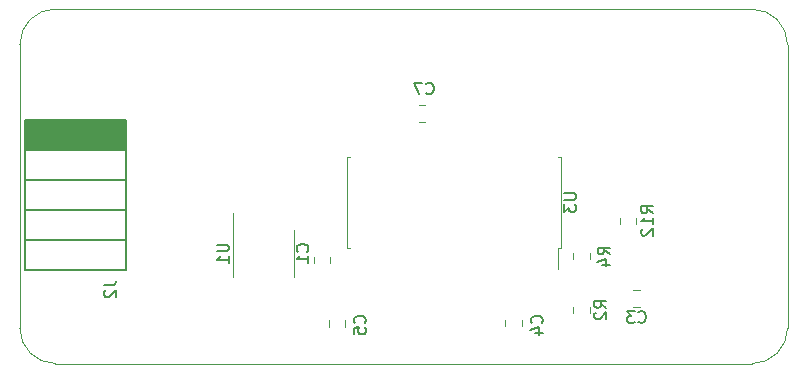
<source format=gbr>
G04 #@! TF.GenerationSoftware,KiCad,Pcbnew,(5.1.4)-1*
G04 #@! TF.CreationDate,2021-07-13T12:31:04-04:00*
G04 #@! TF.ProjectId,RocketPi,526f636b-6574-4506-992e-6b696361645f,rev?*
G04 #@! TF.SameCoordinates,Original*
G04 #@! TF.FileFunction,Legend,Bot*
G04 #@! TF.FilePolarity,Positive*
%FSLAX46Y46*%
G04 Gerber Fmt 4.6, Leading zero omitted, Abs format (unit mm)*
G04 Created by KiCad (PCBNEW (5.1.4)-1) date 2021-07-13 12:31:04*
%MOMM*%
%LPD*%
G04 APERTURE LIST*
%ADD10C,0.100000*%
%ADD11C,0.120000*%
%ADD12C,0.150000*%
G04 APERTURE END LIST*
D10*
X68046600Y-42164000D02*
G75*
G03X65049400Y-45161200I0J-2997200D01*
G01*
X127052600Y-72178400D02*
G75*
G03X130052600Y-69178400I0J3000000D01*
G01*
X130052600Y-45178400D02*
G75*
G03X127052600Y-42178400I-3000000J0D01*
G01*
X65052600Y-69178400D02*
G75*
G03X68052600Y-72178400I3000000J0D01*
G01*
X68046600Y-42164000D02*
X127052600Y-42178400D01*
X65049400Y-45161200D02*
X65052600Y-69178400D01*
X68052600Y-72178400D02*
X127052600Y-72178400D01*
X130052600Y-45178400D02*
X130052600Y-69178400D01*
D11*
X115825200Y-60357652D02*
X115825200Y-59835148D01*
X117245200Y-60357652D02*
X117245200Y-59835148D01*
X110592800Y-62381600D02*
X110592800Y-64196600D01*
X110837800Y-62381600D02*
X110592800Y-62381600D01*
X110837800Y-58521600D02*
X110837800Y-62381600D01*
X110837800Y-54661600D02*
X110592800Y-54661600D01*
X110837800Y-58521600D02*
X110837800Y-54661600D01*
X92717800Y-62381600D02*
X92962800Y-62381600D01*
X92717800Y-58521600D02*
X92717800Y-62381600D01*
X92717800Y-54661600D02*
X92962800Y-54661600D01*
X92717800Y-58521600D02*
X92717800Y-54661600D01*
X83114200Y-62865000D02*
X83114200Y-59415000D01*
X83114200Y-62865000D02*
X83114200Y-64815000D01*
X88234200Y-62865000D02*
X88234200Y-60915000D01*
X88234200Y-62865000D02*
X88234200Y-64815000D01*
X113282800Y-62848748D02*
X113282800Y-63371252D01*
X111862800Y-62848748D02*
X111862800Y-63371252D01*
X111888200Y-67910452D02*
X111888200Y-67387948D01*
X113308200Y-67910452D02*
X113308200Y-67387948D01*
D12*
G36*
X65557400Y-51612800D02*
G01*
X65557400Y-54051200D01*
X73939400Y-54051200D01*
X73939400Y-51612800D01*
X65557400Y-51612800D01*
G37*
X65557400Y-51612800D02*
X65557400Y-54051200D01*
X73939400Y-54051200D01*
X73939400Y-51612800D01*
X65557400Y-51612800D01*
X74003200Y-54102000D02*
X65503200Y-54102000D01*
X74003200Y-59182000D02*
X65503200Y-59182000D01*
X74003200Y-56642000D02*
X65503200Y-56642000D01*
X74003200Y-61722000D02*
X65503200Y-61722000D01*
X74003200Y-64262000D02*
X65503200Y-64262000D01*
X74003200Y-51562000D02*
X65503200Y-51562000D01*
X65503200Y-51562000D02*
X65503200Y-64262000D01*
X74003200Y-51562000D02*
X74003200Y-64262000D01*
D11*
X98865948Y-50318600D02*
X99388452Y-50318600D01*
X98865948Y-51738600D02*
X99388452Y-51738600D01*
X92607200Y-68530948D02*
X92607200Y-69053452D01*
X91187200Y-68530948D02*
X91187200Y-69053452D01*
X107567800Y-68487548D02*
X107567800Y-69010052D01*
X106147800Y-68487548D02*
X106147800Y-69010052D01*
X117001548Y-65939600D02*
X117524052Y-65939600D01*
X117001548Y-67359600D02*
X117524052Y-67359600D01*
X89917200Y-63676052D02*
X89917200Y-63153548D01*
X91337200Y-63676052D02*
X91337200Y-63153548D01*
D12*
X118637580Y-59453542D02*
X118161390Y-59120209D01*
X118637580Y-58882114D02*
X117637580Y-58882114D01*
X117637580Y-59263066D01*
X117685200Y-59358304D01*
X117732819Y-59405923D01*
X117828057Y-59453542D01*
X117970914Y-59453542D01*
X118066152Y-59405923D01*
X118113771Y-59358304D01*
X118161390Y-59263066D01*
X118161390Y-58882114D01*
X118637580Y-60405923D02*
X118637580Y-59834495D01*
X118637580Y-60120209D02*
X117637580Y-60120209D01*
X117780438Y-60024971D01*
X117875676Y-59929733D01*
X117923295Y-59834495D01*
X117732819Y-60786876D02*
X117685200Y-60834495D01*
X117637580Y-60929733D01*
X117637580Y-61167828D01*
X117685200Y-61263066D01*
X117732819Y-61310685D01*
X117828057Y-61358304D01*
X117923295Y-61358304D01*
X118066152Y-61310685D01*
X118637580Y-60739257D01*
X118637580Y-61358304D01*
X111130180Y-57759695D02*
X111939704Y-57759695D01*
X112034942Y-57807314D01*
X112082561Y-57854933D01*
X112130180Y-57950171D01*
X112130180Y-58140647D01*
X112082561Y-58235885D01*
X112034942Y-58283504D01*
X111939704Y-58331123D01*
X111130180Y-58331123D01*
X111130180Y-58712076D02*
X111130180Y-59331123D01*
X111511133Y-58997790D01*
X111511133Y-59140647D01*
X111558752Y-59235885D01*
X111606371Y-59283504D01*
X111701609Y-59331123D01*
X111939704Y-59331123D01*
X112034942Y-59283504D01*
X112082561Y-59235885D01*
X112130180Y-59140647D01*
X112130180Y-58854933D01*
X112082561Y-58759695D01*
X112034942Y-58712076D01*
X81726580Y-62103095D02*
X82536104Y-62103095D01*
X82631342Y-62150714D01*
X82678961Y-62198333D01*
X82726580Y-62293571D01*
X82726580Y-62484047D01*
X82678961Y-62579285D01*
X82631342Y-62626904D01*
X82536104Y-62674523D01*
X81726580Y-62674523D01*
X82726580Y-63674523D02*
X82726580Y-63103095D01*
X82726580Y-63388809D02*
X81726580Y-63388809D01*
X81869438Y-63293571D01*
X81964676Y-63198333D01*
X82012295Y-63103095D01*
X114980980Y-62943333D02*
X114504790Y-62610000D01*
X114980980Y-62371904D02*
X113980980Y-62371904D01*
X113980980Y-62752857D01*
X114028600Y-62848095D01*
X114076219Y-62895714D01*
X114171457Y-62943333D01*
X114314314Y-62943333D01*
X114409552Y-62895714D01*
X114457171Y-62848095D01*
X114504790Y-62752857D01*
X114504790Y-62371904D01*
X114314314Y-63800476D02*
X114980980Y-63800476D01*
X113933361Y-63562380D02*
X114647647Y-63324285D01*
X114647647Y-63943333D01*
X114700580Y-67482533D02*
X114224390Y-67149200D01*
X114700580Y-66911104D02*
X113700580Y-66911104D01*
X113700580Y-67292057D01*
X113748200Y-67387295D01*
X113795819Y-67434914D01*
X113891057Y-67482533D01*
X114033914Y-67482533D01*
X114129152Y-67434914D01*
X114176771Y-67387295D01*
X114224390Y-67292057D01*
X114224390Y-66911104D01*
X113795819Y-67863485D02*
X113748200Y-67911104D01*
X113700580Y-68006342D01*
X113700580Y-68244438D01*
X113748200Y-68339676D01*
X113795819Y-68387295D01*
X113891057Y-68434914D01*
X113986295Y-68434914D01*
X114129152Y-68387295D01*
X114700580Y-67815866D01*
X114700580Y-68434914D01*
X72172580Y-65554266D02*
X72886866Y-65554266D01*
X73029723Y-65506647D01*
X73124961Y-65411409D01*
X73172580Y-65268552D01*
X73172580Y-65173314D01*
X72267819Y-65982838D02*
X72220200Y-66030457D01*
X72172580Y-66125695D01*
X72172580Y-66363790D01*
X72220200Y-66459028D01*
X72267819Y-66506647D01*
X72363057Y-66554266D01*
X72458295Y-66554266D01*
X72601152Y-66506647D01*
X73172580Y-65935219D01*
X73172580Y-66554266D01*
X99455266Y-49302942D02*
X99502885Y-49350561D01*
X99645742Y-49398180D01*
X99740980Y-49398180D01*
X99883838Y-49350561D01*
X99979076Y-49255323D01*
X100026695Y-49160085D01*
X100074314Y-48969609D01*
X100074314Y-48826752D01*
X100026695Y-48636276D01*
X99979076Y-48541038D01*
X99883838Y-48445800D01*
X99740980Y-48398180D01*
X99645742Y-48398180D01*
X99502885Y-48445800D01*
X99455266Y-48493419D01*
X99121933Y-48398180D02*
X98455266Y-48398180D01*
X98883838Y-49398180D01*
X94235542Y-68743533D02*
X94283161Y-68695914D01*
X94330780Y-68553057D01*
X94330780Y-68457819D01*
X94283161Y-68314961D01*
X94187923Y-68219723D01*
X94092685Y-68172104D01*
X93902209Y-68124485D01*
X93759352Y-68124485D01*
X93568876Y-68172104D01*
X93473638Y-68219723D01*
X93378400Y-68314961D01*
X93330780Y-68457819D01*
X93330780Y-68553057D01*
X93378400Y-68695914D01*
X93426019Y-68743533D01*
X93330780Y-69648295D02*
X93330780Y-69172104D01*
X93806971Y-69124485D01*
X93759352Y-69172104D01*
X93711733Y-69267342D01*
X93711733Y-69505438D01*
X93759352Y-69600676D01*
X93806971Y-69648295D01*
X93902209Y-69695914D01*
X94140304Y-69695914D01*
X94235542Y-69648295D01*
X94283161Y-69600676D01*
X94330780Y-69505438D01*
X94330780Y-69267342D01*
X94283161Y-69172104D01*
X94235542Y-69124485D01*
X109221542Y-68743533D02*
X109269161Y-68695914D01*
X109316780Y-68553057D01*
X109316780Y-68457819D01*
X109269161Y-68314961D01*
X109173923Y-68219723D01*
X109078685Y-68172104D01*
X108888209Y-68124485D01*
X108745352Y-68124485D01*
X108554876Y-68172104D01*
X108459638Y-68219723D01*
X108364400Y-68314961D01*
X108316780Y-68457819D01*
X108316780Y-68553057D01*
X108364400Y-68695914D01*
X108412019Y-68743533D01*
X108650114Y-69600676D02*
X109316780Y-69600676D01*
X108269161Y-69362580D02*
X108983447Y-69124485D01*
X108983447Y-69743533D01*
X117429466Y-68656742D02*
X117477085Y-68704361D01*
X117619942Y-68751980D01*
X117715180Y-68751980D01*
X117858038Y-68704361D01*
X117953276Y-68609123D01*
X118000895Y-68513885D01*
X118048514Y-68323409D01*
X118048514Y-68180552D01*
X118000895Y-67990076D01*
X117953276Y-67894838D01*
X117858038Y-67799600D01*
X117715180Y-67751980D01*
X117619942Y-67751980D01*
X117477085Y-67799600D01*
X117429466Y-67847219D01*
X117096133Y-67751980D02*
X116477085Y-67751980D01*
X116810419Y-68132933D01*
X116667561Y-68132933D01*
X116572323Y-68180552D01*
X116524704Y-68228171D01*
X116477085Y-68323409D01*
X116477085Y-68561504D01*
X116524704Y-68656742D01*
X116572323Y-68704361D01*
X116667561Y-68751980D01*
X116953276Y-68751980D01*
X117048514Y-68704361D01*
X117096133Y-68656742D01*
X89384142Y-62698333D02*
X89431761Y-62650714D01*
X89479380Y-62507857D01*
X89479380Y-62412619D01*
X89431761Y-62269761D01*
X89336523Y-62174523D01*
X89241285Y-62126904D01*
X89050809Y-62079285D01*
X88907952Y-62079285D01*
X88717476Y-62126904D01*
X88622238Y-62174523D01*
X88527000Y-62269761D01*
X88479380Y-62412619D01*
X88479380Y-62507857D01*
X88527000Y-62650714D01*
X88574619Y-62698333D01*
X89479380Y-63650714D02*
X89479380Y-63079285D01*
X89479380Y-63365000D02*
X88479380Y-63365000D01*
X88622238Y-63269761D01*
X88717476Y-63174523D01*
X88765095Y-63079285D01*
M02*

</source>
